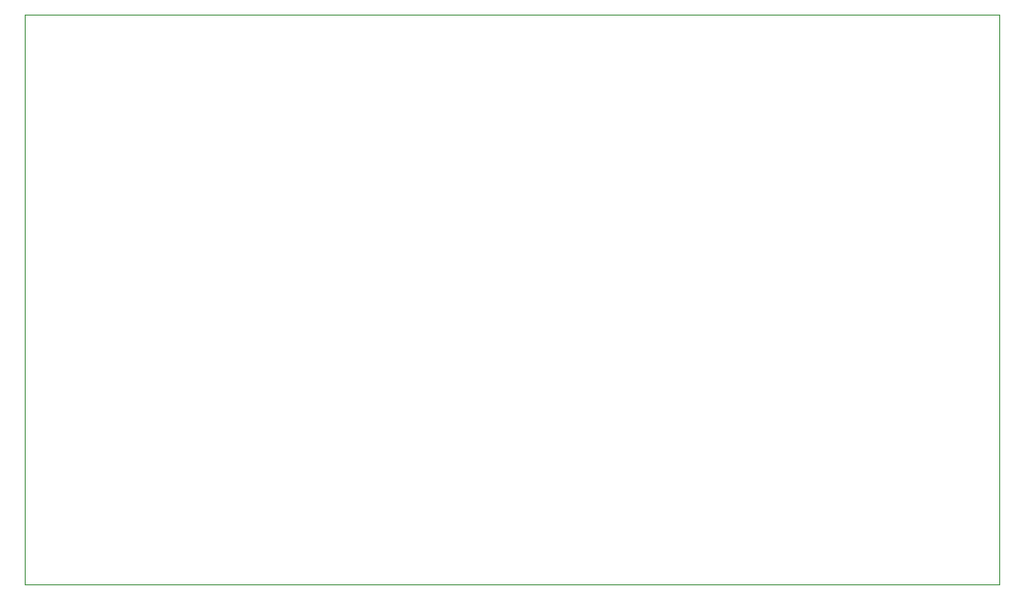
<source format=gbr>
%TF.GenerationSoftware,KiCad,Pcbnew,9.0.2*%
%TF.CreationDate,2025-06-04T16:37:23+01:00*%
%TF.ProjectId,6502ExpBoard,36353032-4578-4704-926f-6172642e6b69,rev?*%
%TF.SameCoordinates,Original*%
%TF.FileFunction,Profile,NP*%
%FSLAX46Y46*%
G04 Gerber Fmt 4.6, Leading zero omitted, Abs format (unit mm)*
G04 Created by KiCad (PCBNEW 9.0.2) date 2025-06-04 16:37:23*
%MOMM*%
%LPD*%
G01*
G04 APERTURE LIST*
%TA.AperFunction,Profile*%
%ADD10C,0.050000*%
%TD*%
G04 APERTURE END LIST*
D10*
X71175000Y-28750000D02*
X161275000Y-28750000D01*
X161275000Y-81500000D01*
X71175000Y-81500000D01*
X71175000Y-28750000D01*
M02*

</source>
